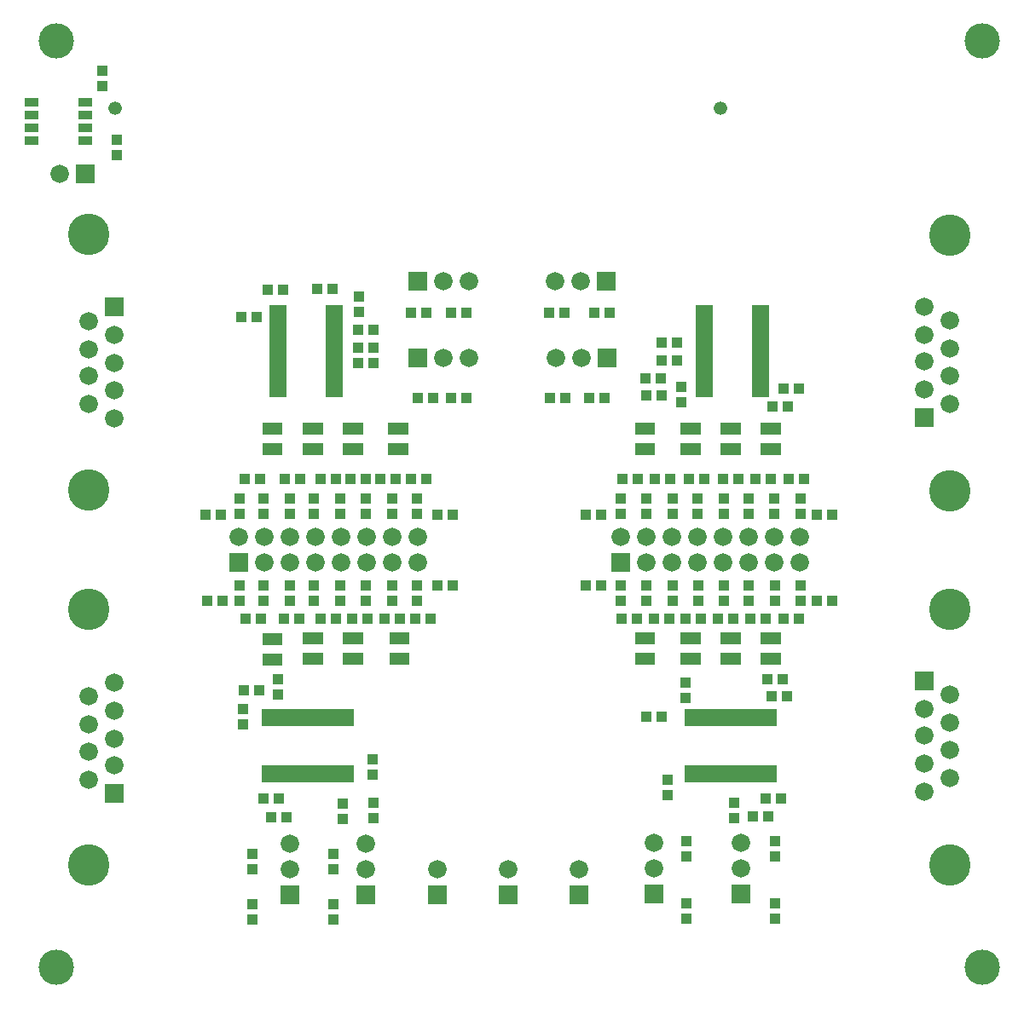
<source format=gts>
G04 (created by PCBNEW (2013-05-09 BZR 4147)-testing) date 20/07/2013 09:35:41*
%MOIN*%
G04 Gerber Fmt 3.4, Leading zero omitted, Abs format*
%FSLAX34Y34*%
G01*
G70*
G90*
G04 APERTURE LIST*
%ADD10C,0.005906*%
%ADD11C,0.052200*%
%ADD12C,0.138000*%
%ADD13R,0.042000X0.042000*%
%ADD14C,0.162000*%
%ADD15R,0.072000X0.072000*%
%ADD16C,0.072000*%
%ADD17R,0.057000X0.032000*%
%ADD18R,0.069900X0.028500*%
%ADD19R,0.028500X0.069900*%
%ADD20R,0.030000X0.051000*%
G04 APERTURE END LIST*
G54D10*
G54D11*
X35393Y-21523D03*
X59055Y-21523D03*
G54D12*
X33070Y-18897D03*
X69290Y-18897D03*
X33070Y-55118D03*
X69290Y-55118D03*
G54D13*
X40329Y-29685D03*
X40929Y-29685D03*
X41353Y-28622D03*
X41953Y-28622D03*
X44921Y-29473D03*
X44921Y-28873D03*
X41732Y-43833D03*
X41732Y-44433D03*
X43882Y-28582D03*
X43282Y-28582D03*
X41471Y-49251D03*
X42071Y-49251D03*
X41796Y-48503D03*
X41196Y-48503D03*
X41008Y-44291D03*
X40408Y-44291D03*
X44896Y-30196D03*
X45496Y-30196D03*
X40393Y-45614D03*
X40393Y-45014D03*
G54D14*
X34342Y-26446D03*
X34342Y-36446D03*
G54D15*
X35342Y-29296D03*
G54D16*
X35342Y-30396D03*
X35342Y-31496D03*
X35342Y-32546D03*
X35342Y-33646D03*
X34342Y-33096D03*
X34342Y-31996D03*
X34342Y-30946D03*
X34342Y-29846D03*
G54D14*
X34342Y-41131D03*
X34342Y-51131D03*
G54D15*
X35342Y-48331D03*
G54D16*
X35342Y-47231D03*
X35342Y-46181D03*
X35342Y-45081D03*
X35342Y-43981D03*
X34342Y-47781D03*
X34342Y-46681D03*
X34342Y-45631D03*
X34342Y-44531D03*
G54D13*
X34881Y-20654D03*
X34881Y-20054D03*
X35456Y-23355D03*
X35456Y-22755D03*
X45496Y-30866D03*
X44896Y-30866D03*
X45472Y-49276D03*
X45472Y-48676D03*
X45433Y-47583D03*
X45433Y-46983D03*
G54D15*
X40200Y-39279D03*
G54D16*
X40200Y-38279D03*
X41200Y-39279D03*
X41200Y-38279D03*
X42200Y-39279D03*
X42200Y-38279D03*
X43200Y-39279D03*
X43200Y-38279D03*
X44200Y-39279D03*
X44200Y-38279D03*
X45200Y-39279D03*
X45200Y-38279D03*
X46200Y-39279D03*
X46200Y-38279D03*
X47200Y-39279D03*
X47200Y-38279D03*
G54D13*
X45496Y-31496D03*
X44896Y-31496D03*
X47544Y-29527D03*
X46944Y-29527D03*
G54D17*
X34219Y-21297D03*
X32119Y-21297D03*
X34219Y-21797D03*
X34219Y-22297D03*
X34219Y-22797D03*
X32119Y-21797D03*
X32119Y-22297D03*
X32119Y-22797D03*
G54D18*
X41732Y-30895D03*
X41732Y-31151D03*
X41732Y-31407D03*
X41732Y-31663D03*
X43934Y-30131D03*
X41732Y-30127D03*
X41732Y-30383D03*
X41732Y-30639D03*
X43936Y-31919D03*
X43936Y-31663D03*
X43936Y-31407D03*
X43936Y-31151D03*
X43936Y-30895D03*
X43936Y-30639D03*
X41732Y-31919D03*
X43934Y-30383D03*
X41732Y-29871D03*
X41732Y-32175D03*
X43936Y-32175D03*
X43936Y-29871D03*
X41732Y-29616D03*
X41732Y-32430D03*
X43936Y-32430D03*
X43936Y-29616D03*
X41732Y-29360D03*
X41732Y-32686D03*
X43936Y-32686D03*
X43936Y-29360D03*
G54D19*
X42785Y-47558D03*
X43041Y-47558D03*
X43297Y-47558D03*
X43553Y-47558D03*
X42021Y-45356D03*
X42017Y-47558D03*
X42273Y-47558D03*
X42529Y-47558D03*
X43809Y-45354D03*
X43553Y-45354D03*
X43297Y-45354D03*
X43041Y-45354D03*
X42785Y-45354D03*
X42529Y-45354D03*
X43809Y-47558D03*
X42273Y-45356D03*
X41761Y-47558D03*
X44065Y-47558D03*
X44065Y-45354D03*
X41761Y-45354D03*
X41506Y-47558D03*
X44320Y-47558D03*
X44320Y-45354D03*
X41506Y-45354D03*
X41250Y-47558D03*
X44576Y-47558D03*
X44576Y-45354D03*
X41250Y-45354D03*
G54D15*
X42204Y-52279D03*
G54D16*
X42204Y-51279D03*
X42204Y-50279D03*
G54D15*
X47200Y-28279D03*
G54D16*
X48200Y-28279D03*
X49200Y-28279D03*
G54D15*
X47200Y-31279D03*
G54D16*
X48200Y-31279D03*
X49200Y-31279D03*
G54D15*
X45196Y-52279D03*
G54D16*
X45196Y-51279D03*
X45196Y-50279D03*
G54D13*
X49118Y-29527D03*
X48518Y-29527D03*
X47819Y-32834D03*
X47219Y-32834D03*
X49118Y-32834D03*
X48518Y-32834D03*
X40748Y-52652D03*
X40748Y-53252D03*
X40748Y-50684D03*
X40748Y-51284D03*
X44291Y-49315D03*
X44291Y-48715D03*
X43897Y-52652D03*
X43897Y-53252D03*
X43897Y-50684D03*
X43897Y-51284D03*
G54D15*
X47992Y-52271D03*
G54D16*
X47992Y-51271D03*
G54D13*
X42204Y-36786D03*
X42204Y-37386D03*
X45196Y-36786D03*
X45196Y-37386D03*
X41181Y-36786D03*
X41181Y-37386D03*
X44173Y-36786D03*
X44173Y-37386D03*
X43149Y-36786D03*
X43149Y-37386D03*
X47165Y-36786D03*
X47165Y-37386D03*
X40236Y-36786D03*
X40236Y-37386D03*
X46220Y-36786D03*
X46220Y-37386D03*
X41181Y-40772D03*
X41181Y-40172D03*
X45196Y-40772D03*
X45196Y-40172D03*
X42204Y-40772D03*
X42204Y-40172D03*
X44173Y-40772D03*
X44173Y-40172D03*
X43149Y-40772D03*
X43149Y-40172D03*
X47165Y-40772D03*
X47165Y-40172D03*
X40236Y-40772D03*
X40236Y-40172D03*
X46220Y-40772D03*
X46220Y-40172D03*
X42022Y-36023D03*
X42622Y-36023D03*
X46362Y-36023D03*
X45762Y-36023D03*
X40448Y-36023D03*
X41048Y-36023D03*
X45181Y-36023D03*
X44581Y-36023D03*
X43400Y-36023D03*
X44000Y-36023D03*
X48567Y-37401D03*
X47967Y-37401D03*
X38912Y-37401D03*
X39512Y-37401D03*
X47544Y-36023D03*
X46944Y-36023D03*
X40487Y-41496D03*
X41087Y-41496D03*
X46520Y-41496D03*
X45920Y-41496D03*
X42583Y-41496D03*
X41983Y-41496D03*
X45260Y-41496D03*
X44660Y-41496D03*
X44000Y-41496D03*
X43400Y-41496D03*
X48567Y-40196D03*
X47967Y-40196D03*
X39591Y-40787D03*
X38991Y-40787D03*
X47701Y-41496D03*
X47101Y-41496D03*
G54D20*
X41275Y-34843D03*
X41535Y-34843D03*
X41795Y-34843D03*
X41795Y-34053D03*
X41535Y-34053D03*
X41275Y-34053D03*
X44945Y-34053D03*
X44685Y-34053D03*
X44425Y-34053D03*
X44425Y-34843D03*
X44685Y-34843D03*
X44945Y-34843D03*
X42850Y-34843D03*
X43110Y-34843D03*
X43370Y-34843D03*
X43370Y-34053D03*
X43110Y-34053D03*
X42850Y-34053D03*
X46716Y-34053D03*
X46456Y-34053D03*
X46196Y-34053D03*
X46196Y-34843D03*
X46456Y-34843D03*
X46716Y-34843D03*
X41275Y-43072D03*
X41535Y-43072D03*
X41795Y-43072D03*
X41795Y-42282D03*
X41535Y-42282D03*
X41275Y-42282D03*
X44945Y-42242D03*
X44685Y-42242D03*
X44425Y-42242D03*
X44425Y-43032D03*
X44685Y-43032D03*
X44945Y-43032D03*
X42850Y-43032D03*
X43110Y-43032D03*
X43370Y-43032D03*
X43370Y-42242D03*
X43110Y-42242D03*
X42850Y-42242D03*
X46756Y-42242D03*
X46496Y-42242D03*
X46236Y-42242D03*
X46236Y-43032D03*
X46496Y-43032D03*
X46756Y-43032D03*
G54D15*
X34200Y-24066D03*
G54D16*
X33200Y-24066D03*
G54D13*
X62111Y-32480D03*
X61511Y-32480D03*
X61677Y-33188D03*
X61077Y-33188D03*
X56156Y-32755D03*
X56756Y-32755D03*
X56117Y-32086D03*
X56717Y-32086D03*
X57519Y-33016D03*
X57519Y-32416D03*
X61481Y-43858D03*
X60881Y-43858D03*
X61038Y-44527D03*
X61638Y-44527D03*
X60929Y-49212D03*
X60329Y-49212D03*
X59590Y-49272D03*
X59590Y-48672D03*
X60802Y-48503D03*
X61402Y-48503D03*
X57165Y-36786D03*
X57165Y-37386D03*
X60157Y-36786D03*
X60157Y-37386D03*
X56141Y-36786D03*
X56141Y-37386D03*
X59173Y-36786D03*
X59173Y-37386D03*
X58149Y-36786D03*
X58149Y-37386D03*
X62165Y-36786D03*
X62165Y-37386D03*
X55157Y-36786D03*
X55157Y-37386D03*
X61141Y-36786D03*
X61141Y-37386D03*
X56141Y-40772D03*
X56141Y-40172D03*
X60157Y-40772D03*
X60157Y-40172D03*
X57165Y-40772D03*
X57165Y-40172D03*
X59173Y-40772D03*
X59173Y-40172D03*
X58188Y-40772D03*
X58188Y-40172D03*
X62165Y-40772D03*
X62165Y-40172D03*
X55157Y-40772D03*
X55157Y-40172D03*
X61181Y-40772D03*
X61181Y-40172D03*
G54D14*
X68019Y-36467D03*
X68019Y-26467D03*
G54D15*
X67019Y-33617D03*
G54D16*
X67019Y-32517D03*
X67019Y-31417D03*
X67019Y-30367D03*
X67019Y-29267D03*
X68019Y-29817D03*
X68019Y-30917D03*
X68019Y-31967D03*
X68019Y-33067D03*
G54D14*
X68019Y-51112D03*
X68019Y-41112D03*
G54D15*
X67019Y-43912D03*
G54D16*
X67019Y-45012D03*
X67019Y-46062D03*
X67019Y-47162D03*
X67019Y-48262D03*
X68019Y-44462D03*
X68019Y-45562D03*
X68019Y-46612D03*
X68019Y-47712D03*
G54D15*
X53503Y-52271D03*
G54D16*
X53503Y-51271D03*
G54D15*
X59842Y-52240D03*
G54D16*
X59842Y-51240D03*
X59842Y-50240D03*
G54D15*
X54622Y-31279D03*
G54D16*
X53622Y-31279D03*
X52622Y-31279D03*
G54D15*
X54582Y-28279D03*
G54D16*
X53582Y-28279D03*
X52582Y-28279D03*
G54D15*
X56456Y-52240D03*
G54D16*
X56456Y-51240D03*
X56456Y-50240D03*
G54D15*
X55161Y-39279D03*
G54D16*
X55161Y-38279D03*
X56161Y-39279D03*
X56161Y-38279D03*
X57161Y-39279D03*
X57161Y-38279D03*
X58161Y-39279D03*
X58161Y-38279D03*
X59161Y-39279D03*
X59161Y-38279D03*
X60161Y-39279D03*
X60161Y-38279D03*
X61161Y-39279D03*
X61161Y-38279D03*
X62161Y-39279D03*
X62161Y-38279D03*
G54D20*
X55842Y-34843D03*
X56102Y-34843D03*
X56362Y-34843D03*
X56362Y-34053D03*
X56102Y-34053D03*
X55842Y-34053D03*
X59708Y-34053D03*
X59448Y-34053D03*
X59188Y-34053D03*
X59188Y-34843D03*
X59448Y-34843D03*
X59708Y-34843D03*
X57614Y-34843D03*
X57874Y-34843D03*
X58134Y-34843D03*
X58134Y-34053D03*
X57874Y-34053D03*
X57614Y-34053D03*
X61283Y-34053D03*
X61023Y-34053D03*
X60763Y-34053D03*
X60763Y-34843D03*
X61023Y-34843D03*
X61283Y-34843D03*
X55842Y-43032D03*
X56102Y-43032D03*
X56362Y-43032D03*
X56362Y-42242D03*
X56102Y-42242D03*
X55842Y-42242D03*
X59708Y-42242D03*
X59448Y-42242D03*
X59188Y-42242D03*
X59188Y-43032D03*
X59448Y-43032D03*
X59708Y-43032D03*
X57614Y-43032D03*
X57874Y-43032D03*
X58134Y-43032D03*
X58134Y-42242D03*
X57874Y-42242D03*
X57614Y-42242D03*
X61283Y-42242D03*
X61023Y-42242D03*
X60763Y-42242D03*
X60763Y-43032D03*
X61023Y-43032D03*
X61283Y-43032D03*
G54D13*
X56747Y-31377D03*
X57347Y-31377D03*
X56747Y-30669D03*
X57347Y-30669D03*
X53912Y-32834D03*
X54512Y-32834D03*
X52377Y-32834D03*
X52977Y-32834D03*
X54109Y-29527D03*
X54709Y-29527D03*
X52337Y-29527D03*
X52937Y-29527D03*
X61181Y-52613D03*
X61181Y-53213D03*
X61181Y-50172D03*
X61181Y-50772D03*
X56156Y-45314D03*
X56756Y-45314D03*
X57716Y-52613D03*
X57716Y-53213D03*
X57716Y-50172D03*
X57716Y-50772D03*
X57677Y-43991D03*
X57677Y-44591D03*
X56968Y-48370D03*
X56968Y-47770D03*
X56471Y-36023D03*
X57071Y-36023D03*
X61008Y-36023D03*
X60408Y-36023D03*
X55211Y-36023D03*
X55811Y-36023D03*
X59748Y-36023D03*
X59148Y-36023D03*
X57810Y-36023D03*
X58410Y-36023D03*
X63410Y-37401D03*
X62810Y-37401D03*
X53794Y-37401D03*
X54394Y-37401D03*
X62307Y-36023D03*
X61707Y-36023D03*
X55172Y-41496D03*
X55772Y-41496D03*
X60811Y-41496D03*
X60211Y-41496D03*
X57032Y-41496D03*
X56432Y-41496D03*
X59551Y-41496D03*
X58951Y-41496D03*
X58292Y-41496D03*
X57692Y-41496D03*
X63410Y-40787D03*
X62810Y-40787D03*
X53794Y-40196D03*
X54394Y-40196D03*
X62111Y-41496D03*
X61511Y-41496D03*
G54D18*
X60629Y-31151D03*
X60629Y-30895D03*
X60629Y-30639D03*
X60629Y-30383D03*
X58427Y-31915D03*
X60629Y-31919D03*
X60629Y-31663D03*
X60629Y-31407D03*
X58425Y-30127D03*
X58425Y-30383D03*
X58425Y-30639D03*
X58425Y-30895D03*
X58425Y-31151D03*
X58425Y-31407D03*
X60629Y-30127D03*
X58427Y-31663D03*
X60629Y-32175D03*
X60629Y-29871D03*
X58425Y-29871D03*
X58425Y-32175D03*
X60629Y-32430D03*
X60629Y-29616D03*
X58425Y-29616D03*
X58425Y-32430D03*
X60629Y-32686D03*
X60629Y-29360D03*
X58425Y-29360D03*
X58425Y-32686D03*
G54D19*
X59576Y-45354D03*
X59320Y-45354D03*
X59064Y-45354D03*
X58808Y-45354D03*
X60340Y-47556D03*
X60344Y-45354D03*
X60088Y-45354D03*
X59832Y-45354D03*
X58552Y-47558D03*
X58808Y-47558D03*
X59064Y-47558D03*
X59320Y-47558D03*
X59576Y-47558D03*
X59832Y-47558D03*
X58552Y-45354D03*
X60088Y-47556D03*
X60600Y-45354D03*
X58296Y-45354D03*
X58296Y-47558D03*
X60600Y-47558D03*
X60855Y-45354D03*
X58041Y-45354D03*
X58041Y-47558D03*
X60855Y-47558D03*
X61111Y-45354D03*
X57785Y-45354D03*
X57785Y-47558D03*
X61111Y-47558D03*
G54D15*
X50748Y-52271D03*
G54D16*
X50748Y-51271D03*
M02*

</source>
